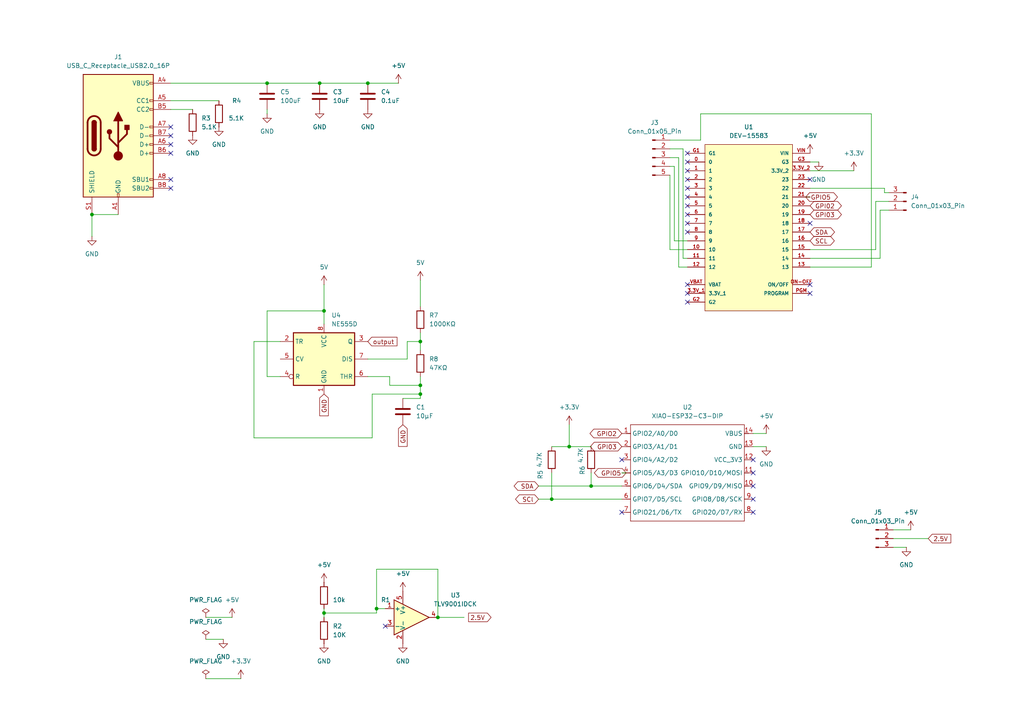
<source format=kicad_sch>
(kicad_sch (version 20250114) (generator "eeschema") (generator_version "9.0")
  (paper "A4")
  (lib_symbols
    (symbol "Amplifier_Operational:TLV9001IDCK" (pin_names (offset 0.127))
      (property "Reference" "U" (at 7.62 2.54 0))
      (property "Value" "TLV9001IDCK" (at 11.43 -2.54 0))
      (symbol "TLV9001IDCK_0_1"
        (polyline (pts (xy -2.54 5.08) (xy -2.54 -5.08) (xy 7.62 0) (xy -2.54 5.08)) (stroke (width 0.254)) (fill (type background)))
      )
      (symbol "TLV9001IDCK_1_1"
        (pin input line (at -5.08 2.54 0) (length 2.54) (name "+") (number "1"))
        (pin input line (at -5.08 -2.54 0) (length 2.54) (name "-") (number "3"))
        (pin power_in line (at 0 7.62 270) (length 3.81) (name "V+") (number "5"))
        (pin power_in line (at 0 -7.62 90) (length 3.81) (name "V-") (number "2"))
        (pin output line (at 10.16 0 180) (length 2.54) (name "~") (number "4"))
      )
    )
    (symbol "Connector:Conn_01x03_Pin" (pin_names (offset 1.016) (hide yes))
      (property "Reference" "J" (at 0 5.08 0))
      (property "Value" "Conn_01x03_Pin" (at 0 -5.08 0))
      (symbol "Conn_01x03_Pin_1_1"
        (rectangle (start 0.8636 2.667) (end 0 2.413) (stroke (width 0.1524)) (fill (type outline)))
        (rectangle (start 0.8636 0.127) (end 0 -0.127) (stroke (width 0.1524)) (fill (type outline)))
        (rectangle (start 0.8636 -2.413) (end 0 -2.667) (stroke (width 0.1524)) (fill (type outline)))
        (polyline (pts (xy 1.27 2.54) (xy 0.8636 2.54)) (stroke (width 0.1524)))
        (polyline (pts (xy 1.27 0) (xy 0.8636 0)) (stroke (width 0.1524)))
        (polyline (pts (xy 1.27 -2.54) (xy 0.8636 -2.54)) (stroke (width 0.1524)))
        (pin passive line (at 5.08 2.54 180) (length 3.81) (name "Pin_1") (number "1"))
        (pin passive line (at 5.08 0 180) (length 3.81) (name "Pin_2") (number "2"))
        (pin passive line (at 5.08 -2.54 180) (length 3.81) (name "Pin_3") (number "3"))
      )
    )
    (symbol "Connector:Conn_01x05_Pin" (pin_names (offset 1.016) (hide yes))
      (property "Reference" "J" (at 0 7.62 0))
      (property "Value" "Conn_01x05_Pin" (at 0 -7.62 0))
      (symbol "Conn_01x05_Pin_1_1"
        (rectangle (start 0.8636 5.207) (end 0 4.953) (stroke (width 0.1524)) (fill (type outline)))
        (rectangle (start 0.8636 2.667) (end 0 2.413) (stroke (width 0.1524)) (fill (type outline)))
        (rectangle (start 0.8636 0.127) (end 0 -0.127) (stroke (width 0.1524)) (fill (type outline)))
        (rectangle (start 0.8636 -2.413) (end 0 -2.667) (stroke (width 0.1524)) (fill (type outline)))
        (rectangle (start 0.8636 -4.953) (end 0 -5.207) (stroke (width 0.1524)) (fill (type outline)))
        (polyline (pts (xy 1.27 5.08) (xy 0.8636 5.08)) (stroke (width 0.1524)))
        (polyline (pts (xy 1.27 2.54) (xy 0.8636 2.54)) (stroke (width 0.1524)))
        (polyline (pts (xy 1.27 0) (xy 0.8636 0)) (stroke (width 0.1524)))
        (polyline (pts (xy 1.27 -2.54) (xy 0.8636 -2.54)) (stroke (width 0.1524)))
        (polyline (pts (xy 1.27 -5.08) (xy 0.8636 -5.08)) (stroke (width 0.1524)))
        (pin passive line (at 5.08 5.08 180) (length 3.81) (name "Pin_1") (number "1"))
        (pin passive line (at 5.08 2.54 180) (length 3.81) (name "Pin_2") (number "2"))
        (pin passive line (at 5.08 0 180) (length 3.81) (name "Pin_3") (number "3"))
        (pin passive line (at 5.08 -2.54 180) (length 3.81) (name "Pin_4") (number "4"))
        (pin passive line (at 5.08 -5.08 180) (length 3.81) (name "Pin_5") (number "5"))
      )
    )
    (symbol "Connector:USB_C_Receptacle_USB2.0_16P" (pin_names (offset 1.016))
      (property "Reference" "J" (at 0 22.225 0))
      (property "Value" "USB_C_Receptacle_USB2.0_16P" (at 0 19.685 0))
      (symbol "USB_C_Receptacle_USB2.0_16P_0_0"
        (rectangle (start -0.254 -17.78) (end 0.254 -16.764))
        (rectangle (start 10.16 15.494) (end 9.144 14.986))
        (rectangle (start 10.16 10.414) (end 9.144 9.906))
        (rectangle (start 10.16 7.874) (end 9.144 7.366))
        (rectangle (start 10.16 2.794) (end 9.144 2.286))
        (rectangle (start 10.16 0.254) (end 9.144 -0.254))
        (rectangle (start 10.16 -2.286) (end 9.144 -2.794))
        (rectangle (start 10.16 -4.826) (end 9.144 -5.334))
        (rectangle (start 10.16 -12.446) (end 9.144 -12.954))
        (rectangle (start 10.16 -14.986) (end 9.144 -15.494))
      )
      (symbol "USB_C_Receptacle_USB2.0_16P_0_1"
        (rectangle (start -10.16 17.78) (end 10.16 -17.78) (stroke (width 0.254)) (fill (type background)))
        (polyline (pts (xy -8.89 -3.81) (xy -8.89 3.81)) (stroke (width 0.508)))
        (rectangle (start -7.62 -3.81) (end -6.35 3.81) (stroke (width 0.254)) (fill (type outline)))
        (arc (start -7.62 3.81) (mid -6.985 4.4423) (end -6.35 3.81) (stroke (width 0.254)))
        (arc (start -7.62 3.81) (mid -6.985 4.4423) (end -6.35 3.81) (stroke (width 0.254)) (fill (type outline)))
        (arc (start -8.89 3.81) (mid -6.985 5.7067) (end -5.08 3.81) (stroke (width 0.508)))
        (arc (start -5.08 -3.81) (mid -6.985 -5.7067) (end -8.89 -3.81) (stroke (width 0.508)))
        (arc (start -6.35 -3.81) (mid -6.985 -4.4423) (end -7.62 -3.81) (stroke (width 0.254)))
        (arc (start -6.35 -3.81) (mid -6.985 -4.4423) (end -7.62 -3.81) (stroke (width 0.254)) (fill (type outline)))
        (polyline (pts (xy -5.08 3.81) (xy -5.08 -3.81)) (stroke (width 0.508)))
        (circle (center -2.54 1.143) (radius 0.635) (stroke (width 0.254)) (fill (type outline)))
        (polyline (pts (xy -1.27 4.318) (xy 0 6.858) (xy 1.27 4.318) (xy -1.27 4.318)) (stroke (width 0.254)) (fill (type outline)))
        (polyline (pts (xy 0 -2.032) (xy 2.54 0.508) (xy 2.54 1.778)) (stroke (width 0.508)))
        (polyline (pts (xy 0 -3.302) (xy -2.54 -0.762) (xy -2.54 0.508)) (stroke (width 0.508)))
        (polyline (pts (xy 0 -5.842) (xy 0 4.318)) (stroke (width 0.508)))
        (circle (center 0 -5.842) (radius 1.27) (fill (type outline)))
        (rectangle (start 1.905 1.778) (end 3.175 3.048) (stroke (width 0.254)) (fill (type outline)))
      )
      (symbol "USB_C_Receptacle_USB2.0_16P_1_1"
        (pin passive line (at -7.62 -22.86 90) (length 5.08) (name "SHIELD") (number "S1"))
        (pin passive line (at 0 -22.86 90) (length 5.08) (name "GND") (number "A1"))
        (pin passive line (at 0 -22.86 90) (length 5.08) (hide yes) (name "GND") (number "A12"))
        (pin passive line (at 0 -22.86 90) (length 5.08) (hide yes) (name "GND") (number "B1"))
        (pin passive line (at 0 -22.86 90) (length 5.08) (hide yes) (name "GND") (number "B12"))
        (pin passive line (at 15.24 15.24 180) (length 5.08) (name "VBUS") (number "A4"))
        (pin passive line (at 15.24 15.24 180) (length 5.08) (hide yes) (name "VBUS") (number "A9"))
        (pin passive line (at 15.24 15.24 180) (length 5.08) (hide yes) (name "VBUS") (number "B4"))
        (pin passive line (at 15.24 15.24 180) (length 5.08) (hide yes) (name "VBUS") (number "B9"))
        (pin bidirectional line (at 15.24 10.16 180) (length 5.08) (name "CC1") (number "A5"))
        (pin bidirectional line (at 15.24 7.62 180) (length 5.08) (name "CC2") (number "B5"))
        (pin bidirectional line (at 15.24 2.54 180) (length 5.08) (name "D-") (number "A7"))
        (pin bidirectional line (at 15.24 0 180) (length 5.08) (name "D-") (number "B7"))
        (pin bidirectional line (at 15.24 -2.54 180) (length 5.08) (name "D+") (number "A6"))
        (pin bidirectional line (at 15.24 -5.08 180) (length 5.08) (name "D+") (number "B6"))
        (pin bidirectional line (at 15.24 -12.7 180) (length 5.08) (name "SBU1") (number "A8"))
        (pin bidirectional line (at 15.24 -15.24 180) (length 5.08) (name "SBU2") (number "B8"))
      )
    )
    (symbol "Device:C" (pin_numbers (hide yes)) (pin_names (offset 0.254))
      (property "Reference" "C" (at 0.635 2.54 0))
      (property "Value" "C" (at 0.635 -2.54 0))
      (symbol "C_0_1"
        (polyline (pts (xy -2.032 0.762) (xy 2.032 0.762)) (stroke (width 0.508)))
        (polyline (pts (xy -2.032 -0.762) (xy 2.032 -0.762)) (stroke (width 0.508)))
      )
      (symbol "C_1_1"
        (pin passive line (at 0 3.81 270) (length 2.794) (name "~") (number "1"))
        (pin passive line (at 0 -3.81 90) (length 2.794) (name "~") (number "2"))
      )
    )
    (symbol "Device:R" (pin_numbers (hide yes)) (pin_names (offset 0))
      (property "Reference" "R" (at 2.032 0 90))
      (property "Value" "R" (at 0 0 90))
      (symbol "R_0_1"
        (rectangle (start -1.016 -2.54) (end 1.016 2.54) (stroke (width 0.254)))
      )
      (symbol "R_1_1"
        (pin passive line (at 0 3.81 270) (length 1.27) (name "~") (number "1"))
        (pin passive line (at 0 -3.81 90) (length 1.27) (name "~") (number "2"))
      )
    )
    (symbol "Seeed_Studio_XIAO_Series:XIAO-ESP32-C3-DIP"
      (property "Reference" "U" (at 1.016 2.794 0))
      (property "Value" "XIAO-ESP32-C3-DIP" (at 7.62 1.016 0))
      (symbol "XIAO-ESP32-C3-DIP_1_0"
        (polyline (pts (xy 0 0) (xy 33.02 0)) (stroke (width 0.1524)))
        (polyline (pts (xy 0 -2.54) (xy -1.27 -2.54)) (stroke (width 0.1524)))
        (polyline (pts (xy 0 -2.54) (xy 0 0)) (stroke (width 0.1524)))
        (polyline (pts (xy 0 -6.35) (xy -1.27 -6.35)) (stroke (width 0.1524)))
        (polyline (pts (xy 0 -6.35) (xy 0 -2.54)) (stroke (width 0.1524)))
        (polyline (pts (xy 0 -10.16) (xy -1.27 -10.16)) (stroke (width 0.1524)))
        (polyline (pts (xy 0 -10.16) (xy 0 -6.35)) (stroke (width 0.1524)))
        (polyline (pts (xy 0 -13.97) (xy -1.27 -13.97)) (stroke (width 0.1524)))
        (polyline (pts (xy 0 -13.97) (xy 0 -10.16)) (stroke (width 0.1524)))
        (polyline (pts (xy 0 -17.78) (xy -1.27 -17.78)) (stroke (width 0.1524)))
        (polyline (pts (xy 0 -21.59) (xy -1.27 -21.59)) (stroke (width 0.1524)))
        (polyline (pts (xy 0 -25.4) (xy -1.27 -25.4)) (stroke (width 0.1524)))
        (polyline (pts (xy 0 -27.94) (xy 0 -13.97)) (stroke (width 0.1524)))
        (polyline (pts (xy 33.02 0) (xy 33.02 -2.54)) (stroke (width 0.1524)))
        (polyline (pts (xy 33.02 -2.54) (xy 33.02 -6.35)) (stroke (width 0.1524)))
        (polyline (pts (xy 33.02 -6.35) (xy 33.02 -10.16)) (stroke (width 0.1524)))
        (polyline (pts (xy 33.02 -10.16) (xy 33.02 -27.94)) (stroke (width 0.1524)))
        (polyline (pts (xy 33.02 -27.94) (xy 0 -27.94)) (stroke (width 0.1524)))
        (polyline (pts (xy 34.29 -2.54) (xy 33.02 -2.54)) (stroke (width 0.1524)))
        (polyline (pts (xy 34.29 -6.35) (xy 33.02 -6.35)) (stroke (width 0.1524)))
        (polyline (pts (xy 34.29 -10.16) (xy 33.02 -10.16)) (stroke (width 0.1524)))
        (polyline (pts (xy 34.29 -13.97) (xy 33.02 -13.97)) (stroke (width 0.1524)))
        (polyline (pts (xy 34.29 -17.78) (xy 33.02 -17.78)) (stroke (width 0.1524)))
        (polyline (pts (xy 34.29 -21.59) (xy 33.02 -21.59)) (stroke (width 0.1524)))
        (polyline (pts (xy 34.29 -25.4) (xy 33.02 -25.4)) (stroke (width 0.1524)))
        (pin passive line (at -2.54 -2.54 0) (length 2.54) (name "GPIO2/A0/D0") (number "1"))
        (pin passive line (at -2.54 -6.35 0) (length 2.54) (name "GPIO3/A1/D1") (number "2"))
        (pin passive line (at -2.54 -10.16 0) (length 2.54) (name "GPIO4/A2/D2") (number "3"))
        (pin passive line (at -2.54 -13.97 0) (length 2.54) (name "GPIO5/A3/D3") (number "4"))
        (pin passive line (at -2.54 -17.78 0) (length 2.54) (name "GPIO6/D4/SDA") (number "5"))
        (pin passive line (at -2.54 -21.59 0) (length 2.54) (name "GPIO7/D5/SCL") (number "6"))
        (pin passive line (at -2.54 -25.4 0) (length 2.54) (name "GPIO21/D6/TX") (number "7"))
        (pin passive line (at 35.56 -2.54 180) (length 2.54) (name "VBUS") (number "14"))
        (pin passive line (at 35.56 -6.35 180) (length 2.54) (name "GND") (number "13"))
        (pin passive line (at 35.56 -10.16 180) (length 2.54) (name "VCC_3V3") (number "12"))
        (pin passive line (at 35.56 -13.97 180) (length 2.54) (name "GPIO10/D10/MOSI") (number "11"))
        (pin passive line (at 35.56 -17.78 180) (length 2.54) (name "GPIO9/D9/MISO") (number "10"))
        (pin passive line (at 35.56 -21.59 180) (length 2.54) (name "GPIO8/D8/SCK") (number "9"))
        (pin passive line (at 35.56 -25.4 180) (length 2.54) (name "GPIO20/D7/RX") (number "8"))
      )
    )
    (symbol "Timer:NE555D"
      (property "Reference" "U" (at -10.16 8.89 0))
      (property "Value" "NE555D" (at 2.54 8.89 0))
      (symbol "NE555D_0_0"
        (pin power_in line (at 0 10.16 270) (length 2.54) (name "VCC") (number "8"))
        (pin power_in line (at 0 -10.16 90) (length 2.54) (name "GND") (number "1"))
      )
      (symbol "NE555D_0_1"
        (rectangle (start -8.89 -7.62) (end 8.89 7.62) (stroke (width 0.254)) (fill (type background)))
        (rectangle (start -8.89 -7.62) (end 8.89 7.62) (stroke (width 0.254)) (fill (type background)))
      )
      (symbol "NE555D_1_1"
        (pin input line (at -12.7 5.08 0) (length 3.81) (name "TR") (number "2"))
        (pin input line (at -12.7 0 0) (length 3.81) (name "CV") (number "5"))
        (pin input inverted (at -12.7 -5.08 0) (length 3.81) (name "R") (number "4"))
        (pin output line (at 12.7 5.08 180) (length 3.81) (name "Q") (number "3"))
        (pin input line (at 12.7 0 180) (length 3.81) (name "DIS") (number "7"))
        (pin input line (at 12.7 -5.08 180) (length 3.81) (name "THR") (number "6"))
      )
    )
    (symbol "power:+3.3V" (power) (pin_numbers (hide yes)) (pin_names (offset 0) (hide yes))
      (property "Value" "+3.3V" (at 0 3.556 0))
      (symbol "+3.3V_0_1"
        (polyline (pts (xy -0.762 1.27) (xy 0 2.54)))
        (polyline (pts (xy 0 2.54) (xy 0.762 1.27)))
        (polyline (pts (xy 0 0) (xy 0 2.54)))
      )
      (symbol "+3.3V_1_1"
        (pin power_in line (at 0 0 90) (length 0) (name "~") (number "1"))
      )
    )
    (symbol "power:+5V" (power) (pin_numbers (hide yes)) (pin_names (offset 0) (hide yes))
      (property "Value" "+5V" (at 0 3.556 0))
      (symbol "+5V_0_1"
        (polyline (pts (xy -0.762 1.27) (xy 0 2.54)))
        (polyline (pts (xy 0 2.54) (xy 0.762 1.27)))
        (polyline (pts (xy 0 0) (xy 0 2.54)))
      )
      (symbol "+5V_1_1"
        (pin power_in line (at 0 0 90) (length 0) (name "~") (number "1"))
      )
    )
    (symbol "power:GND" (power) (pin_numbers (hide yes)) (pin_names (offset 0) (hide yes))
      (property "Value" "GND" (at 0 -3.81 0))
      (symbol "GND_0_1"
        (polyline (pts (xy 0 0) (xy 0 -1.27) (xy 1.27 -1.27) (xy 0 -2.54) (xy -1.27 -1.27) (xy 0 -1.27)))
      )
      (symbol "GND_1_1"
        (pin power_in line (at 0 0 270) (length 0) (name "~") (number "1"))
      )
    )
    (symbol "power:PWR_FLAG" (power) (pin_numbers (hide yes)) (pin_names (offset 0) (hide yes))
      (property "Value" "PWR_FLAG" (at 0 3.81 0))
      (symbol "PWR_FLAG_0_0"
        (pin power_out line (at 0 0 90) (length 0) (name "~") (number "1"))
      )
      (symbol "PWR_FLAG_0_1"
        (polyline (pts (xy 0 0) (xy 0 1.27) (xy -1.016 1.905) (xy 0 2.54) (xy 1.016 1.905) (xy 0 1.27)))
      )
    )
    (symbol "power:VCC" (power) (pin_numbers (hide yes)) (pin_names (offset 0) (hide yes))
      (property "Value" "VCC" (at 0 3.556 0))
      (symbol "VCC_0_1"
        (polyline (pts (xy -0.762 1.27) (xy 0 2.54)))
        (polyline (pts (xy 0 2.54) (xy 0.762 1.27)))
        (polyline (pts (xy 0 0) (xy 0 2.54)))
      )
      (symbol "VCC_1_1"
        (pin power_in line (at 0 0 90) (length 0) (name "~") (number "1"))
      )
    )
    (symbol "shared_symbols:DEV-15583" (pin_names (offset 1.016))
      (property "Reference" "U" (at -12.7 23.622 0))
      (property "Value" "DEV-15583" (at -12.7 -27.94 0))
      (symbol "DEV-15583_0_0"
        (rectangle (start -12.7 -25.4) (end 12.7 22.86) (stroke (width 0.1524)) (fill (type background)))
        (pin power_in line (at -17.78 20.32 0) (length 5.08) (name "G1") (number "G1"))
        (pin bidirectional line (at -17.78 17.78 0) (length 5.08) (name "0") (number "0"))
        (pin bidirectional line (at -17.78 15.24 0) (length 5.08) (name "1") (number "1"))
        (pin bidirectional line (at -17.78 12.7 0) (length 5.08) (name "2") (number "2"))
        (pin bidirectional line (at -17.78 10.16 0) (length 5.08) (name "3") (number "3"))
        (pin bidirectional line (at -17.78 7.62 0) (length 5.08) (name "4") (number "4"))
        (pin bidirectional line (at -17.78 5.08 0) (length 5.08) (name "5") (number "5"))
        (pin bidirectional line (at -17.78 2.54 0) (length 5.08) (name "6") (number "6"))
        (pin bidirectional line (at -17.78 0 0) (length 5.08) (name "7") (number "7"))
        (pin bidirectional line (at -17.78 -2.54 0) (length 5.08) (name "8") (number "8"))
        (pin bidirectional line (at -17.78 -5.08 0) (length 5.08) (name "9") (number "9"))
        (pin bidirectional line (at -17.78 -7.62 0) (length 5.08) (name "10") (number "10"))
        (pin bidirectional line (at -17.78 -10.16 0) (length 5.08) (name "11") (number "11"))
        (pin bidirectional line (at -17.78 -12.7 0) (length 5.08) (name "12") (number "12"))
        (pin power_in line (at -17.78 -17.78 0) (length 5.08) (name "VBAT") (number "VBAT"))
        (pin power_in line (at -17.78 -20.32 0) (length 5.08) (name "3.3V_1") (number "3.3V_1"))
        (pin power_in line (at -17.78 -22.86 0) (length 5.08) (name "G2") (number "G2"))
        (pin power_in line (at 17.78 20.32 180) (length 5.08) (name "VIN") (number "VIN"))
        (pin power_in line (at 17.78 17.78 180) (length 5.08) (name "G3") (number "G3"))
        (pin power_in line (at 17.78 15.24 180) (length 5.08) (name "3.3V_2") (number "3.3V_2"))
        (pin bidirectional line (at 17.78 12.7 180) (length 5.08) (name "23") (number "23"))
        (pin bidirectional line (at 17.78 10.16 180) (length 5.08) (name "22") (number "22"))
        (pin bidirectional line (at 17.78 7.62 180) (length 5.08) (name "21") (number "21"))
        (pin bidirectional line (at 17.78 5.08 180) (length 5.08) (name "20") (number "20"))
        (pin bidirectional line (at 17.78 2.54 180) (length 5.08) (name "19") (number "19"))
        (pin bidirectional line (at 17.78 0 180) (length 5.08) (name "18") (number "18"))
        (pin bidirectional line (at 17.78 -2.54 180) (length 5.08) (name "17") (number "17"))
        (pin bidirectional line (at 17.78 -5.08 180) (length 5.08) (name "16") (number "16"))
        (pin bidirectional line (at 17.78 -7.62 180) (length 5.08) (name "15") (number "15"))
        (pin bidirectional line (at 17.78 -10.16 180) (length 5.08) (name "14") (number "14"))
        (pin bidirectional line (at 17.78 -12.7 180) (length 5.08) (name "13") (number "13"))
        (pin bidirectional line (at 17.78 -17.78 180) (length 5.08) (name "ON/OFF") (number "ON-OFF"))
        (pin bidirectional line (at 17.78 -20.32 180) (length 5.08) (name "PROGRAM") (number "PGM"))
      )
    )
  )
  (junction (at 121.92 114.3))
  (junction (at 127 179.07))
  (junction (at 106.68 24.13))
  (junction (at 160.02 144.78))
  (junction (at 121.92 111.76))
  (junction (at 26.67 62.23))
  (junction (at 165.1 129.54))
  (junction (at 121.92 99.06))
  (junction (at 109.22 176.53))
  (junction (at 171.45 140.97))
  (junction (at 92.71 24.13))
  (junction (at 93.98 90.17))
  (junction (at 77.47 24.13))
  (junction (at 93.98 177.8))
  (no_connect (at 199.39 44.45))
  (no_connect (at 199.39 59.69))
  (no_connect (at 199.39 87.63))
  (no_connect (at 218.44 137.16))
  (no_connect (at 234.95 85.09))
  (no_connect (at 199.39 54.61))
  (no_connect (at 218.44 140.97))
  (no_connect (at 49.53 41.91))
  (no_connect (at 199.39 57.15))
  (no_connect (at 49.53 44.45))
  (no_connect (at 49.53 54.61))
  (no_connect (at 199.39 49.53))
  (no_connect (at 180.34 133.35))
  (no_connect (at 234.95 52.07))
  (no_connect (at 49.53 39.37))
  (no_connect (at 199.39 64.77))
  (no_connect (at 199.39 52.07))
  (no_connect (at 49.53 36.83))
  (no_connect (at 111.76 181.61))
  (no_connect (at 218.44 148.59))
  (no_connect (at 218.44 144.78))
  (no_connect (at 234.95 64.77))
  (no_connect (at 218.44 133.35))
  (no_connect (at 234.95 82.55))
  (no_connect (at 199.39 82.55))
  (no_connect (at 49.53 52.07))
  (no_connect (at 180.34 148.59))
  (no_connect (at 199.39 67.31))
  (no_connect (at 199.39 62.23))
  (no_connect (at 199.39 46.99))
  (no_connect (at 199.39 85.09))
  (wire (pts (xy 77.47 31.75) (xy 77.47 33.02)))
  (wire (pts (xy 121.92 114.3) (xy 121.92 115.57)))
  (wire (pts (xy 121.92 99.06) (xy 121.92 101.6)))
  (wire (pts (xy 165.1 123.19) (xy 165.1 129.54)))
  (wire (pts (xy 233.68 57.15) (xy 234.95 57.15)))
  (wire (pts (xy 255.27 74.93) (xy 234.95 74.93)))
  (wire (pts (xy 106.68 24.13) (xy 92.71 24.13)))
  (wire (pts (xy 121.92 99.06) (xy 121.92 96.52)))
  (wire (pts (xy 118.11 104.14) (xy 118.11 99.06)))
  (wire (pts (xy 73.66 99.06) (xy 73.66 127)))
  (wire (pts (xy 194.31 40.64) (xy 203.2 40.64)))
  (wire (pts (xy 160.02 144.78) (xy 180.34 144.78)))
  (wire (pts (xy 81.28 109.22) (xy 77.47 109.22)))
  (wire (pts (xy 49.53 29.21) (xy 63.5 29.21)))
  (wire (pts (xy 171.45 140.97) (xy 180.34 140.97)))
  (wire (pts (xy 196.85 45.72) (xy 196.85 77.47)))
  (wire (pts (xy 93.98 176.53) (xy 93.98 177.8)))
  (wire (pts (xy 198.12 74.93) (xy 199.39 74.93)))
  (wire (pts (xy 113.03 109.22) (xy 113.03 111.76)))
  (wire (pts (xy 107.95 127) (xy 107.95 114.3)))
  (wire (pts (xy 26.67 62.23) (xy 26.67 68.58)))
  (wire (pts (xy 256.54 55.88) (xy 256.54 54.61)))
  (wire (pts (xy 156.21 144.78) (xy 160.02 144.78)))
  (wire (pts (xy 49.53 31.75) (xy 55.88 31.75)))
  (wire (pts (xy 77.47 24.13) (xy 49.53 24.13)))
  (wire (pts (xy 107.95 114.3) (xy 121.92 114.3)))
  (wire (pts (xy 203.2 40.64) (xy 203.2 33.02)))
  (wire (pts (xy 73.66 127) (xy 107.95 127)))
  (wire (pts (xy 92.71 24.13) (xy 77.47 24.13)))
  (wire (pts (xy 252.73 33.02) (xy 252.73 77.47)))
  (wire (pts (xy 254 72.39) (xy 234.95 72.39)))
  (wire (pts (xy 93.98 177.8) (xy 93.98 179.07)))
  (wire (pts (xy 77.47 109.22) (xy 77.47 90.17)))
  (wire (pts (xy 121.92 115.57) (xy 116.84 115.57)))
  (wire (pts (xy 259.08 158.75) (xy 262.89 158.75)))
  (wire (pts (xy 181.61 137.16) (xy 180.34 137.16)))
  (wire (pts (xy 59.69 179.07) (xy 67.31 179.07)))
  (wire (pts (xy 109.22 165.1) (xy 109.22 176.53)))
  (wire (pts (xy 160.02 137.16) (xy 160.02 144.78)))
  (wire (pts (xy 109.22 177.8) (xy 109.22 176.53)))
  (wire (pts (xy 234.95 77.47) (xy 252.73 77.47)))
  (wire (pts (xy 127 165.1) (xy 109.22 165.1)))
  (wire (pts (xy 109.22 176.53) (xy 111.76 176.53)))
  (wire (pts (xy 218.44 129.54) (xy 222.25 129.54)))
  (wire (pts (xy 234.95 46.99) (xy 237.49 46.99)))
  (wire (pts (xy 257.81 60.96) (xy 255.27 60.96)))
  (wire (pts (xy 194.31 48.26) (xy 195.58 48.26)))
  (wire (pts (xy 115.57 24.13) (xy 106.68 24.13)))
  (wire (pts (xy 93.98 90.17) (xy 93.98 93.98)))
  (wire (pts (xy 256.54 54.61) (xy 234.95 54.61)))
  (wire (pts (xy 156.21 140.97) (xy 171.45 140.97)))
  (wire (pts (xy 93.98 82.55) (xy 93.98 90.17)))
  (wire (pts (xy 195.58 48.26) (xy 195.58 69.85)))
  (wire (pts (xy 254 58.42) (xy 254 72.39)))
  (wire (pts (xy 195.58 69.85) (xy 199.39 69.85)))
  (wire (pts (xy 106.68 109.22) (xy 113.03 109.22)))
  (wire (pts (xy 127 179.07) (xy 127 165.1)))
  (wire (pts (xy 259.08 156.21) (xy 269.24 156.21)))
  (wire (pts (xy 81.28 99.06) (xy 73.66 99.06)))
  (wire (pts (xy 59.69 185.42) (xy 64.77 185.42)))
  (wire (pts (xy 77.47 90.17) (xy 93.98 90.17)))
  (wire (pts (xy 194.31 45.72) (xy 196.85 45.72)))
  (wire (pts (xy 59.69 196.85) (xy 69.85 196.85)))
  (wire (pts (xy 234.95 49.53) (xy 247.65 49.53)))
  (wire (pts (xy 203.2 33.02) (xy 252.73 33.02)))
  (wire (pts (xy 113.03 111.76) (xy 121.92 111.76)))
  (wire (pts (xy 194.31 50.8) (xy 194.31 72.39)))
  (wire (pts (xy 196.85 77.47) (xy 199.39 77.47)))
  (wire (pts (xy 255.27 60.96) (xy 255.27 74.93)))
  (wire (pts (xy 194.31 72.39) (xy 199.39 72.39)))
  (wire (pts (xy 121.92 81.28) (xy 121.92 88.9)))
  (wire (pts (xy 34.29 62.23) (xy 26.67 62.23)))
  (wire (pts (xy 198.12 43.18) (xy 198.12 74.93)))
  (wire (pts (xy 93.98 177.8) (xy 109.22 177.8)))
  (wire (pts (xy 218.44 125.73) (xy 222.25 125.73)))
  (wire (pts (xy 160.02 129.54) (xy 165.1 129.54)))
  (wire (pts (xy 259.08 153.67) (xy 264.16 153.67)))
  (wire (pts (xy 121.92 111.76) (xy 121.92 114.3)))
  (wire (pts (xy 165.1 129.54) (xy 171.45 129.54)))
  (wire (pts (xy 121.92 109.22) (xy 121.92 111.76)))
  (wire (pts (xy 171.45 137.16) (xy 171.45 140.97)))
  (wire (pts (xy 118.11 99.06) (xy 121.92 99.06)))
  (wire (pts (xy 106.68 104.14) (xy 118.11 104.14)))
  (wire (pts (xy 194.31 43.18) (xy 198.12 43.18)))
  (wire (pts (xy 257.81 58.42) (xy 254 58.42)))
  (wire (pts (xy 127 179.07) (xy 134.62 179.07)))
  (wire (pts (xy 257.81 55.88) (xy 256.54 55.88)))
  (global_label "GPIO5" (shape bidirectional) (at 181.61 137.16 180) (property "Intersheetrefs" "${INTERSHEET_REFS}" (effects (hide yes))))
  (global_label "output" (shape input) (at 106.68 99.06 0) (property "Intersheetrefs" "${INTERSHEET_REFS}" (effects (hide yes))))
  (global_label "GPI02" (shape bidirectional) (at 234.95 59.69 0) (property "Intersheetrefs" "${INTERSHEET_REFS}" (effects (hide yes))))
  (global_label "GPIO2" (shape bidirectional) (at 180.34 125.73 180) (property "Intersheetrefs" "${INTERSHEET_REFS}" (effects (hide yes))))
  (global_label "SDA" (shape bidirectional) (at 234.95 67.31 0) (property "Intersheetrefs" "${INTERSHEET_REFS}" (effects (hide yes))))
  (global_label "SCL" (shape bidirectional) (at 234.95 69.85 0) (property "Intersheetrefs" "${INTERSHEET_REFS}" (effects (hide yes))))
  (global_label "GPI03" (shape bidirectional) (at 234.95 62.23 0) (property "Intersheetrefs" "${INTERSHEET_REFS}" (effects (hide yes))))
  (global_label "GND" (shape input) (at 116.84 123.19 270) (property "Intersheetrefs" "${INTERSHEET_REFS}" (effects (hide yes))))
  (global_label "SDA" (shape bidirectional) (at 156.21 140.97 180) (property "Intersheetrefs" "${INTERSHEET_REFS}" (effects (hide yes))))
  (global_label "GPI03" (shape bidirectional) (at 180.34 129.54 180) (property "Intersheetrefs" "${INTERSHEET_REFS}" (effects (hide yes))))
  (global_label "2.5V" (shape output) (at 135.89 179.07 0) (property "Intersheetrefs" "${INTERSHEET_REFS}" (effects (hide yes))))
  (global_label "GPIO5" (shape bidirectional) (at 233.68 57.15 0) (property "Intersheetrefs" "${INTERSHEET_REFS}" (effects (hide yes))))
  (global_label "2.5V" (shape input) (at 269.24 156.21 0) (property "Intersheetrefs" "${INTERSHEET_REFS}" (effects (hide yes))))
  (global_label "GND" (shape input) (at 93.98 114.3 270) (property "Intersheetrefs" "${INTERSHEET_REFS}" (effects (hide yes))))
  (global_label "SCl" (shape bidirectional) (at 156.21 144.78 180) (property "Intersheetrefs" "${INTERSHEET_REFS}" (effects (hide yes))))
  (symbol (lib_id "power:+5V") (at 116.84 171.45 0) (unit 1)
    (property "Reference" "#PWR06" (effects (hide yes)))
    (property "Value" "+5V" (at 116.84 166.37 0))
    (property "Description" "Power symbol creates a global label with name \"+5V\"" (effects (hide yes)))
  )
  (symbol (lib_id "power:GND") (at 262.89 158.75 0) (unit 1)
    (property "Reference" "#PWR028" (effects (hide yes)))
    (property "Value" "GND" (at 262.89 163.83 0))
    (property "Description" "Power symbol creates a global label with name \"GND\" , ground" (effects (hide yes)))
  )
  (symbol (lib_id "Device:R") (at 55.88 35.56 0) (unit 1)
    (property "Reference" "R3" (at 58.42 34.2899 0) (effects (justify left)))
    (property "Value" "5.1K" (at 58.42 36.8299 0) (effects (justify left)))
    (property "Footprint" "Resistor_SMD:R_0805_2012Metric_Pad1.20x1.40mm_HandSolder" (effects (hide yes)))
    (property "Description" "Resistor" (effects (hide yes)))
  )
  (symbol (lib_id "power:+5V") (at 234.95 44.45 0) (unit 1)
    (property "Reference" "#PWR017" (effects (hide yes)))
    (property "Value" "+5V" (at 234.95 39.37 0))
    (property "Description" "Power symbol creates a global label with name \"+5V\"" (effects (hide yes)))
  )
  (symbol (lib_id "power:+5V") (at 67.31 179.07 0) (unit 1)
    (property "Reference" "#PWR022" (effects (hide yes)))
    (property "Value" "+5V" (at 67.31 173.99 0))
    (property "Description" "Power symbol creates a global label with name \"+5V\"" (effects (hide yes)))
  )
  (symbol (lib_id "power:+5V") (at 222.25 125.73 0) (unit 1)
    (property "Reference" "#PWR025" (effects (hide yes)))
    (property "Value" "+5V" (at 222.25 120.65 0))
    (property "Description" "Power symbol creates a global label with name \"+5V\"" (effects (hide yes)))
  )
  (symbol (lib_id "power:GND") (at 64.77 185.42 0) (unit 1)
    (property "Reference" "#PWR023" (effects (hide yes)))
    (property "Value" "GND" (at 64.77 190.5 0))
    (property "Description" "Power symbol creates a global label with name \"GND\" , ground" (effects (hide yes)))
  )
  (symbol (lib_id "power:GND") (at 116.84 186.69 0) (unit 1)
    (property "Reference" "#PWR012" (effects (hide yes)))
    (property "Value" "GND" (at 116.84 191.77 0))
    (property "Description" "Power symbol creates a global label with name \"GND\" , ground" (effects (hide yes)))
  )
  (symbol (lib_id "Device:C") (at 116.84 119.38 0) (unit 1)
    (property "Reference" "C1" (at 120.65 118.1099 0) (effects (justify left)))
    (property "Value" "10μF" (at 120.65 120.6499 0) (effects (justify left)))
    (property "Footprint" "Capacitor_SMD:C_0805_2012Metric_Pad1.18x1.45mm_HandSolder" (effects (hide yes)))
    (property "Description" "Unpolarized capacitor" (effects (hide yes)))
  )
  (symbol (lib_id "Timer:NE555D") (at 93.98 104.14 0) (unit 1)
    (property "Reference" "U4" (at 96.1233 91.44 0) (effects (justify left)))
    (property "Value" "NE555D" (at 96.1233 93.98 0) (effects (justify left)))
    (property "Footprint" "Package_SO:SOIC-8_3.9x4.9mm_P1.27mm" (effects (hide yes)))
    (property "Datasheet" "http://www.ti.com/lit/ds/symlink/ne555.pdf" (effects (hide yes)))
    (property "Description" "Precision Timers, 555 compatible, SOIC-8" (effects (hide yes)))
  )
  (symbol (lib_id "Connector:Conn_01x03_Pin") (at 254 156.21 0) (unit 1)
    (property "Reference" "J5" (at 254.635 148.59 0))
    (property "Value" "Conn_01x03_Pin" (at 254.635 151.13 0))
    (property "Footprint" "Connector_JST:JST_SH_SM02B-SRSS-TB_1x02-1MP_P1.00mm_Horizontal" (effects (hide yes)))
    (property "Description" "Generic connector, single row, 01x03, script generated" (effects (hide yes)))
  )
  (symbol (lib_id "power:GND") (at 222.25 129.54 0) (unit 1)
    (property "Reference" "#PWR021" (effects (hide yes)))
    (property "Value" "GND" (at 222.25 134.62 0))
    (property "Description" "Power symbol creates a global label with name \"GND\" , ground" (effects (hide yes)))
  )
  (symbol (lib_id "power:VCC") (at 93.98 82.55 0) (unit 1)
    (property "Reference" "#PWR04" (effects (hide yes)))
    (property "Value" "5V" (at 93.98 77.47 0))
    (property "Description" "Power symbol creates a global label with name \"VCC\"" (effects (hide yes)))
  )
  (symbol (lib_id "power:GND") (at 26.67 68.58 0) (unit 1)
    (property "Reference" "#PWR026" (effects (hide yes)))
    (property "Value" "GND" (at 26.67 73.66 0))
    (property "Description" "Power symbol creates a global label with name \"GND\" , ground" (effects (hide yes)))
  )
  (symbol (lib_id "Device:C") (at 92.71 27.94 0) (unit 1)
    (property "Reference" "C3" (at 96.52 26.6699 0) (effects (justify left)))
    (property "Value" "10uF" (at 96.52 29.2099 0) (effects (justify left)))
    (property "Footprint" "Capacitor_SMD:C_0805_2012Metric_Pad1.18x1.45mm_HandSolder" (effects (hide yes)))
    (property "Description" "Unpolarized capacitor" (effects (hide yes)))
  )
  (symbol (lib_id "power:+5V") (at 264.16 153.67 0) (unit 1)
    (property "Reference" "#PWR029" (effects (hide yes)))
    (property "Value" "+5V" (at 264.16 148.59 0))
    (property "Description" "Power symbol creates a global label with name \"+5V\"" (effects (hide yes)))
  )
  (symbol (lib_id "Device:R") (at 93.98 182.88 0) (unit 1)
    (property "Reference" "R2" (at 96.52 181.6099 0) (effects (justify left)))
    (property "Value" "10K" (at 96.52 184.1499 0) (effects (justify left)))
    (property "Footprint" "Resistor_SMD:R_0805_2012Metric_Pad1.20x1.40mm_HandSolder" (effects (hide yes)))
    (property "Description" "Resistor" (effects (hide yes)))
  )
  (symbol (lib_id "Device:C") (at 77.47 27.94 0) (unit 1)
    (property "Reference" "C5" (at 81.28 26.6699 0) (effects (justify left)))
    (property "Value" "100uF" (at 81.28 29.2099 0) (effects (justify left)))
    (property "Footprint" "Capacitor_SMD:C_0805_2012Metric_Pad1.18x1.45mm_HandSolder" (effects (hide yes)))
    (property "Description" "Unpolarized capacitor" (effects (hide yes)))
  )
  (symbol (lib_id "Device:R") (at 121.92 92.71 0) (unit 1)
    (property "Reference" "R7" (at 124.46 91.4399 0) (effects (justify left)))
    (property "Value" "1000KΩ" (at 124.46 93.9799 0) (effects (justify left)))
    (property "Footprint" "Resistor_SMD:R_0805_2012Metric_Pad1.20x1.40mm_HandSolder" (effects (hide yes)))
    (property "Description" "Resistor" (effects (hide yes)))
  )
  (symbol (lib_id "power:VCC") (at 121.92 81.28 0) (unit 1)
    (property "Reference" "#PWR07" (effects (hide yes)))
    (property "Value" "5V" (at 121.92 76.2 0))
    (property "Description" "Power symbol creates a global label with name \"VCC\"" (effects (hide yes)))
  )
  (symbol (lib_id "power:GND") (at 55.88 39.37 0) (unit 1)
    (property "Reference" "#PWR01" (effects (hide yes)))
    (property "Value" "GND" (at 55.88 44.45 0))
    (property "Description" "Power symbol creates a global label with name \"GND\" , ground" (effects (hide yes)))
  )
  (symbol (lib_id "Device:C") (at 106.68 27.94 0) (unit 1)
    (property "Reference" "C4" (at 110.49 26.6699 0) (effects (justify left)))
    (property "Value" "0.1uF" (at 110.49 29.2099 0) (effects (justify left)))
    (property "Footprint" "Capacitor_SMD:C_0805_2012Metric_Pad1.18x1.45mm_HandSolder" (effects (hide yes)))
    (property "Description" "Unpolarized capacitor" (effects (hide yes)))
  )
  (symbol (lib_id "Connector:USB_C_Receptacle_USB2.0_16P") (at 34.29 39.37 0) (unit 1)
    (property "Reference" "J1" (at 34.29 16.51 0))
    (property "Value" "USB_C_Receptacle_USB2.0_16P" (at 34.29 19.05 0))
    (property "Footprint" "Connector_USB:USB_C_Receptacle_HRO_TYPE-C-31-M-12" (effects (hide yes)))
    (property "Datasheet" "https://www.usb.org/sites/default/files/documents/usb_type-c.zip" (effects (hide yes)))
    (property "Description" "USB 2.0-only 16P Type-C Receptacle connector" (effects (hide yes)))
  )
  (symbol (lib_id "power:GND") (at 93.98 186.69 0) (unit 1)
    (property "Reference" "#PWR09" (effects (hide yes)))
    (property "Value" "GND" (at 93.98 191.77 0))
    (property "Description" "Power symbol creates a global label with name \"GND\" , ground" (effects (hide yes)))
  )
  (symbol (lib_id "Amplifier_Operational:TLV9001IDCK") (at 116.84 179.07 0) (unit 1)
    (property "Reference" "U3" (at 132.08 172.6498 0))
    (property "Value" "TLV9001IDCK" (at 132.08 175.1898 0))
    (property "Footprint" "Package_TO_SOT_THT:TO-92_Inline" (effects (hide yes)))
    (property "Datasheet" "https://www.ti.com/lit/ds/symlink/tlv9001.pdf" (effects (hide yes)))
    (property "Description" "Low-power, Rail-to-Rail, 1MHz Operational Amplifier, SOT-353" (effects (hide yes)))
  )
  (symbol (lib_id "Device:R") (at 121.92 105.41 0) (unit 1)
    (property "Reference" "R8" (at 124.46 104.1399 0) (effects (justify left)))
    (property "Value" "47KΩ" (at 124.46 106.6799 0) (effects (justify left)))
    (property "Footprint" "Resistor_SMD:R_0805_2012Metric_Pad1.20x1.40mm_HandSolder" (effects (hide yes)))
    (property "Description" "Resistor" (effects (hide yes)))
  )
  (symbol (lib_id "shared_symbols:DEV-15583") (at 217.17 64.77 0) (unit 1)
    (property "Reference" "U1" (at 217.17 36.83 0))
    (property "Value" "DEV-15583" (at 217.17 39.37 0))
    (property "Footprint" "shared_footprints:MODULE_DEV-15583" (effects (hide yes)))
    (property "SnapEDA_Link" "https://www.snapeda.com/parts/DEV-15583/SparkFun/view-part/?ref=snap" (effects (hide yes)))
    (property "MAXIMUM_PACKAGE_HEIGHT" "5.87mm" (effects (hide yes)))
    (property "Package" "None" (effects (hide yes)))
    (property "Check_prices" "https://www.snapeda.com/parts/DEV-15583/SparkFun/view-part/?ref=eda" (effects (hide yes)))
    (property "STANDARD" "Manufacturer Recommendations" (effects (hide yes)))
    (property "MF" "SparkFun Electronics" (effects (hide yes)))
    (property "MP" "DEV-15583" (effects (hide yes)))
    (property "Description_1" "\n                        \n                            RT1062 Teensy 4.0 series ARM® Cortex®-M7 MPU Embedded Evaluation Board\n                        \n" (effects (hide yes)))
    (property "MANUFACTURER" "Sparkfun" (effects (hide yes)))
  )
  (symbol (lib_id "power:GND") (at 106.68 31.75 0) (unit 1)
    (property "Reference" "#PWR014" (effects (hide yes)))
    (property "Value" "GND" (at 106.68 36.83 0))
    (property "Description" "Power symbol creates a global label with name \"GND\" , ground" (effects (hide yes)))
  )
  (symbol (lib_id "power:+3.3V") (at 247.65 49.53 0) (unit 1)
    (property "Reference" "#PWR027" (effects (hide yes)))
    (property "Value" "+3.3V" (at 247.65 44.45 0))
    (property "Description" "Power symbol creates a global label with name \"+3.3V\"" (effects (hide yes)))
  )
  (symbol (lib_id "power:PWR_FLAG") (at 59.69 179.07 0) (unit 1)
    (property "Reference" "#FLG01" (effects (hide yes)))
    (property "Value" "PWR_FLAG" (at 59.69 173.99 0))
    (property "Description" "Special symbol for telling ERC where power comes from" (effects (hide yes)))
  )
  (symbol (lib_id "Seeed_Studio_XIAO_Series:XIAO-ESP32-C3-DIP") (at 182.88 123.19 0) (unit 1)
    (property "Reference" "U2" (at 199.39 118.11 0))
    (property "Value" "XIAO-ESP32-C3-DIP" (at 199.39 120.65 0))
    (property "Footprint" "RF_Module:MCU_Seeed_ESP32C3" (effects (hide yes)))
  )
  (symbol (lib_id "power:PWR_FLAG") (at 59.69 196.85 0) (unit 1)
    (property "Reference" "#FLG03" (effects (hide yes)))
    (property "Value" "PWR_FLAG" (at 59.69 191.77 0))
    (property "Description" "Special symbol for telling ERC where power comes from" (effects (hide yes)))
  )
  (symbol (lib_id "Device:R") (at 171.45 133.35 180) (unit 1)
    (property "Reference" "R6" (at 168.91 136.398 90))
    (property "Value" "4.7K" (at 168.402 132.08 90))
    (property "Footprint" "Resistor_SMD:R_0805_2012Metric_Pad1.20x1.40mm_HandSolder" (effects (hide yes)))
    (property "Description" "Resistor" (effects (hide yes)))
  )
  (symbol (lib_id "power:+5V") (at 115.57 24.13 0) (unit 1)
    (property "Reference" "#PWR05" (effects (hide yes)))
    (property "Value" "+5V" (at 115.57 19.05 0))
    (property "Description" "Power symbol creates a global label with name \"+5V\"" (effects (hide yes)))
  )
  (symbol (lib_id "power:PWR_FLAG") (at 59.69 185.42 0) (unit 1)
    (property "Reference" "#FLG02" (effects (hide yes)))
    (property "Value" "PWR_FLAG" (at 59.69 180.34 0))
    (property "Description" "Special symbol for telling ERC where power comes from" (effects (hide yes)))
  )
  (symbol (lib_id "Connector:Conn_01x03_Pin") (at 262.89 58.42 180) (unit 1)
    (property "Reference" "J4" (at 264.16 57.1499 0) (effects (justify right)))
    (property "Value" "Conn_01x03_Pin" (at 264.16 59.6899 0) (effects (justify right)))
    (property "Footprint" "Connector_JST:JST_SH_SM03B-SRSS-TB_1x03-1MP_P1.00mm_Horizontal" (effects (hide yes)))
    (property "Description" "Generic connector, single row, 01x03, script generated" (effects (hide yes)))
  )
  (symbol (lib_id "power:+3.3V") (at 165.1 123.19 0) (unit 1)
    (property "Reference" "#PWR020" (effects (hide yes)))
    (property "Value" "+3.3V" (at 165.1 118.11 0))
    (property "Description" "Power symbol creates a global label with name \"+3.3V\"" (effects (hide yes)))
  )
  (symbol (lib_id "Device:R") (at 160.02 133.35 0) (unit 1)
    (property "Reference" "R5" (at 156.718 137.668 90))
    (property "Value" "4.7K" (at 156.464 133.35 90))
    (property "Footprint" "Resistor_SMD:R_0805_2012Metric_Pad1.20x1.40mm_HandSolder" (effects (hide yes)))
    (property "Description" "Resistor" (effects (hide yes)))
  )
  (symbol (lib_id "power:GND") (at 63.5 36.83 0) (unit 1)
    (property "Reference" "#PWR02" (effects (hide yes)))
    (property "Value" "GND" (at 63.5 41.91 0))
    (property "Description" "Power symbol creates a global label with name \"GND\" , ground" (effects (hide yes)))
  )
  (symbol (lib_id "Device:R") (at 93.98 172.72 0) (unit 1)
    (property "Reference" "R1" (at 110.49 173.9899 0) (effects (justify left)))
    (property "Value" "10k" (at 96.52 173.9899 0) (effects (justify left)))
    (property "Footprint" "Resistor_SMD:R_0805_2012Metric_Pad1.20x1.40mm_HandSolder" (effects (hide yes)))
    (property "Description" "Resistor" (effects (hide yes)))
  )
  (symbol (lib_id "Device:R") (at 63.5 33.02 0) (unit 1)
    (property "Reference" "R4" (at 67.31 29.2099 0) (effects (justify left)))
    (property "Value" "5.1K" (at 66.294 34.29 0) (effects (justify left)))
    (property "Footprint" "Resistor_SMD:R_0805_2012Metric_Pad1.20x1.40mm_HandSolder" (effects (hide yes)))
    (property "Description" "Resistor" (effects (hide yes)))
  )
  (symbol (lib_id "Connector:Conn_01x05_Pin") (at 189.23 45.72 0) (unit 1)
    (property "Reference" "J3" (at 189.865 35.56 0))
    (property "Value" "Conn_01x05_Pin" (at 189.865 38.1 0))
    (property "Footprint" "Connector_JST:JST_SH_SM05B-SRSS-TB_1x05-1MP_P1.00mm_Horizontal" (effects (hide yes)))
    (property "Description" "Generic connector, single row, 01x05, script generated" (effects (hide yes)))
  )
  (symbol (lib_id "power:+3.3V") (at 69.85 196.85 0) (unit 1)
    (property "Reference" "#PWR024" (effects (hide yes)))
    (property "Value" "+3.3V" (at 69.85 191.77 0))
    (property "Description" "Power symbol creates a global label with name \"+3.3V\"" (effects (hide yes)))
  )
  (symbol (lib_id "power:GND") (at 92.71 31.75 0) (unit 1)
    (property "Reference" "#PWR013" (effects (hide yes)))
    (property "Value" "GND" (at 92.71 36.83 0))
    (property "Description" "Power symbol creates a global label with name \"GND\" , ground" (effects (hide yes)))
  )
  (symbol (lib_id "power:GND") (at 77.47 33.02 0) (unit 1)
    (property "Reference" "#PWR016" (effects (hide yes)))
    (property "Value" "GND" (at 77.47 38.1 0))
    (property "Description" "Power symbol creates a global label with name \"GND\" , ground" (effects (hide yes)))
  )
  (symbol (lib_id "power:GND") (at 237.49 46.99 0) (unit 1)
    (property "Reference" "#PWR018" (effects (hide yes)))
    (property "Value" "GND" (at 237.49 52.07 0))
    (property "Description" "Power symbol creates a global label with name \"GND\" , ground" (effects (hide yes)))
  )
  (symbol (lib_id "power:+5V") (at 93.98 168.91 0) (unit 1)
    (property "Reference" "#PWR03" (effects (hide yes)))
    (property "Value" "+5V" (at 93.98 163.83 0))
    (property "Description" "Power symbol creates a global label with name \"+5V\"" (effects (hide yes)))
  )
)
</source>
